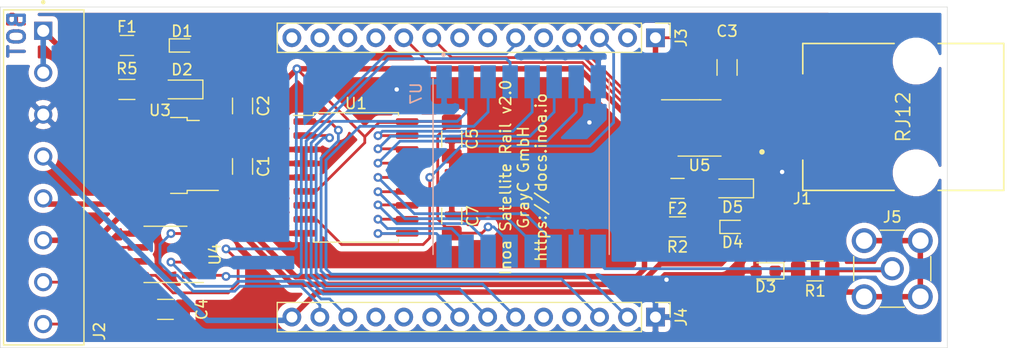
<source format=kicad_pcb>
(kicad_pcb (version 20171130) (host pcbnew 5.1.10)
  (title_block (date 2021-12-14) (rev 2.0) (company "GrayC GmbH") (comment 1 "PCB 86mmx13mm"))
  (layers (0 F.Cu signal) (31 B.Cu signal) (34 B.Paste user) (35 F.Paste user) (36 B.SilkS user) (37 F.SilkS user) (38 B.Mask user) (39 F.Mask user) (44 Edge.Cuts user))
  (net 0 "")
  (net 1 GND)
  (net 2 "Net-(C1-Pad1)")
  (net 3 "Net-(D1-Pad1)")
  (net 4 VCC)
  (net 5 GNDPWR)
  (net 6 RS485_0_B)
  (net 7 RS485_0_A)
  (net 8 RS485_0_TX)
  (net 9 RS485_0_TXE)
  (net 10 RS485_0_RX)
  (net 11 "Net-(J3-Pad14)")
  (net 12 "Net-(J3-Pad11)")
  (net 13 "Net-(J3-Pad8)")
  (net 14 "Net-(J3-Pad7)")
  (net 15 "Net-(J3-Pad2)")
  (net 16 "Net-(J4-Pad11)")
  (net 17 "Net-(J4-Pad9)")
  (net 18 RS485_1_B)
  (net 19 RS485_1_A)
  (net 20 RS485_1_RX)
  (net 21 RS485_1_TX)
  (net 22 RS485_1_TXE)
  (net 23 "Net-(J3-Pad13)")
  (net 24 "Net-(J3-Pad12)")
  (net 25 "Net-(J3-Pad5)")
  (net 26 "Net-(J4-Pad10)")
  (net 27 "Net-(J4-Pad5)")
  (net 28 "Net-(J4-Pad4)")
  (net 29 I2C_SDA)
  (net 30 I2C_SCL)
  (net 31 "Net-(J5-Pad1)")
  (net 32 SPI_0_CLK)
  (net 33 SPI_0_MISO)
  (net 34 SPI_0_MOSI)
  (net 35 "Net-(D3-Pad1)")
  (net 36 "Net-(U1-Pad7)")
  (net 37 LoRa_Reset)
  (net 38 LoRa_CS)
  (net 39 LoRa_DIO5)
  (net 40 LoRa_DIO4)
  (net 41 LoRa_DIO3)
  (net 42 LoRa_DIO1)
  (net 43 LoRa_DIO0)
  (net 44 "Net-(J1-Pad4)")
  (net 45 "Net-(J1-Pad5)")
  (net 46 "Net-(D4-Pad1)")
  (net 47 GND1)
  (net 48 +12V)
  (net 49 VBUS)
  (net 50 I2C_Int)
  (net 51 +3V3)
  (net 52 LoRa_DIO2)
  (module Diode_SMD:D_0603_1608Metric_Pad1.05x0.95mm_HandSolder (layer F.Cu) (at 169.5 104 180)
    (fp_text reference D3 (at 0 -1.43) (layer F.SilkS))
    (fp_text value D_TVS)
    (pad 2 smd roundrect (at 0.875 0 180) (size 1.05 0.95) (layers F.Cu F.Paste F.Mask) (net 1 GND))
    (pad 1 smd roundrect (at -0.875 0 180) (size 1.05 0.95) (layers F.Cu F.Paste F.Mask) (net 35 "Net-(D3-Pad1)"))
  )
  (module Capacitor_SMD:C_1206_3216Metric_Pad1.33x1.80mm_HandSolder (layer F.Cu) (at 141 92 270)
    (fp_text reference C5 (at 0 -1.85 90) (layer F.SilkS))
    (fp_text value 100nF)
    (pad 2 smd roundrect (at 1.5625 0 270) (size 1.325 1.8) (layers F.Cu F.Paste F.Mask) (roundrect_rratio 0.188679) (net 1 GND))
    (pad 1 smd roundrect (at -1.5625 0 270) (size 1.325 1.8) (layers F.Cu F.Paste F.Mask) (roundrect_rratio 0.188679) (net 51 +3V3))
  )
  (module Resistor_SMD:R_1206_3216Metric_Pad1.30x1.75mm_HandSolder (layer F.Cu) (at 161.5 100 180)
    (fp_text reference R2 (at 0 -1.82) (layer F.SilkS))
    (fp_text value 10k)
    (pad 2 smd roundrect (at 1.55 0 180) (size 1.3 1.75) (layers F.Cu F.Paste F.Mask) (roundrect_rratio 0.192308) (net 47 GND1))
    (pad 1 smd roundrect (at -1.55 0 180) (size 1.3 1.75) (layers F.Cu F.Paste F.Mask) (roundrect_rratio 0.192308) (net 46 "Net-(D4-Pad1)"))
  )
  (module Fuse:Fuse_1206_3216Metric_Pad1.42x1.75mm_HandSolder (layer F.Cu) (at 161.5 96.5 180)
    (fp_text reference F2 (at 0 -1.82) (layer F.SilkS))
    (fp_text value 23V/2A)
    (pad 2 smd roundrect (at 1.4875 0 180) (size 1.425 1.75) (layers F.Cu F.Paste F.Mask) (roundrect_rratio 0.175439) (net 49 VBUS))
    (pad 1 smd roundrect (at -1.4875 0 180) (size 1.425 1.75) (layers F.Cu F.Paste F.Mask) (roundrect_rratio 0.175439) (net 46 "Net-(D4-Pad1)"))
  )
  (module Diode_SMD:D_SOD-323_HandSoldering (layer F.Cu) (at 166.5 96.5 180)
    (fp_text reference D5 (at 0 -1.7) (layer F.SilkS))
    (fp_text value 1N5819)
    (pad 2 smd rect (at 1.25 0 180) (size 1 1) (layers F.Cu F.Paste F.Mask) (net 46 "Net-(D4-Pad1)"))
    (pad 1 smd rect (at -1.25 0 180) (size 1 1) (layers F.Cu F.Paste F.Mask) (net 48 +12V))
  )
  (module Diode_SMD:D_SOD-523 (layer F.Cu) (at 166.5 100)
    (fp_text reference D4 (at 0 1.4) (layer F.SilkS))
    (fp_text value 25V)
    (pad 1 smd rect (at -0.7 0 180) (size 0.6 0.7) (layers F.Cu F.Paste F.Mask) (net 46 "Net-(D4-Pad1)"))
    (pad 2 smd rect (at 0.7 0 180) (size 0.6 0.7) (layers F.Cu F.Paste F.Mask) (net 47 GND1))
  )
  (module footprints:XCVR_RFM69HW-868S2 (layer B.Cu) (at 147.3 94.5 270)
    (fp_text reference U7 (at -6.63079 9.54026 270) (layer B.SilkS) (effects (justify mirror)))
    (fp_text value RFM95W-868S2)
    (pad 16 smd rect (at 7.7 7 270) (size 3 1.4) (layers B.Cu B.Paste B.Mask) (net 52 LoRa_DIO2))
    (pad 15 smd rect (at 7.7 5 270) (size 3 1.4) (layers B.Cu B.Paste B.Mask) (net 42 LoRa_DIO1))
    (pad 14 smd rect (at 7.7 3 270) (size 3 1.4) (layers B.Cu B.Paste B.Mask) (net 43 LoRa_DIO0))
    (pad 13 smd rect (at 7.7 1 270) (size 3 1.4) (layers B.Cu B.Paste B.Mask) (net 51 +3V3))
    (pad 12 smd rect (at 7.7 -1 270) (size 3 1.4) (layers B.Cu B.Paste B.Mask) (net 40 LoRa_DIO4))
    (pad 11 smd rect (at 7.7 -3 270) (size 3 1.4) (layers B.Cu B.Paste B.Mask) (net 41 LoRa_DIO3))
    (pad 10 smd rect (at 7.7 -5 270) (size 3 1.4) (layers B.Cu B.Paste B.Mask) (net 1 GND))
    (pad 9 smd rect (at 7.7 -7 270) (size 3 1.4) (layers B.Cu B.Paste B.Mask) (net 31 "Net-(J5-Pad1)"))
    (pad 8 smd rect (at -7.7 -7 270) (size 3 1.4) (layers B.Cu B.Paste B.Mask) (net 1 GND))
    (pad 7 smd rect (at -7.7 -5 270) (size 3 1.4) (layers B.Cu B.Paste B.Mask) (net 39 LoRa_DIO5))
    (pad 6 smd rect (at -7.7 -3 270) (size 3 1.4) (layers B.Cu B.Paste B.Mask) (net 37 LoRa_Reset))
    (pad 5 smd rect (at -7.7 -1 270) (size 3 1.4) (layers B.Cu B.Paste B.Mask) (net 38 LoRa_CS))
    (pad 4 smd rect (at -7.7 1 270) (size 3 1.4) (layers B.Cu B.Paste B.Mask) (net 32 SPI_0_CLK))
    (pad 3 smd rect (at -7.7 3 270) (size 3 1.4) (layers B.Cu B.Paste B.Mask) (net 34 SPI_0_MOSI))
    (pad 2 smd rect (at -7.7 5 270) (size 3 1.4) (layers B.Cu B.Paste B.Mask) (net 33 SPI_0_MISO))
    (pad 1 smd rect (at -7.7 7 270) (size 3 1.4) (layers B.Cu B.Paste B.Mask) (net 1 GND))
  )
  (module footprints:Molex-95501-6669-MFG (layer F.Cu) (at 182 90 90)
    (fp_text reference J1 (at -7.425 -8.22) (layer F.SilkS) (effects (justify right)))
    (fp_text value RJ12 (at 0 0 90) (layer F.SilkS) (effects (font (size 1.27 1.27))))
    (pad ~ np_thru_hole circle (at 5.08 1.17 90) (size 3.25 3.25) (drill 3.25) (layers *.Cu *.Mask))
    (pad ~ np_thru_hole circle (at -5.08 1.17 90) (size 3.25 3.25) (drill 3.25) (layers *.Cu *.Mask))
    (pad 6 smd rect (at 3.175 -9.055 90) (size 0.76 6.35) (layers F.Cu F.Paste F.Mask) (net 6 RS485_0_B))
    (pad 5 smd rect (at 1.905 -9.055 90) (size 0.76 6.35) (layers F.Cu F.Paste F.Mask) (net 45 "Net-(J1-Pad5)"))
    (pad 4 smd rect (at 0.635 -9.055 90) (size 0.76 6.35) (layers F.Cu F.Paste F.Mask) (net 44 "Net-(J1-Pad4)"))
    (pad 3 smd rect (at -0.635 -9.055 90) (size 0.76 6.35) (layers F.Cu F.Paste F.Mask) (net 47 GND1))
    (pad 2 smd rect (at -1.905 -9.055 90) (size 0.76 6.35) (layers F.Cu F.Paste F.Mask) (net 48 +12V))
    (pad 1 smd rect (at -3.175 -9.055 90) (size 0.76 6.35) (layers F.Cu F.Paste F.Mask) (net 7 RS485_0_A))
  )
  (module Package_SO:SOIC-18W_7.5x11.6mm_P1.27mm (layer F.Cu) (at 132.3 95.5)
    (fp_text reference U1 (at 0 -6.72) (layer F.SilkS))
    (fp_text value MCP23008-xSO)
    (pad 18 smd roundrect (at 4.65 -5.08) (size 2.05 0.6) (layers F.Cu F.Paste F.Mask) (net 51 +3V3))
    (pad 17 smd roundrect (at 4.65 -3.81) (size 2.05 0.6) (layers F.Cu F.Paste F.Mask) (net 38 LoRa_CS))
    (pad 16 smd roundrect (at 4.65 -2.54) (size 2.05 0.6) (layers F.Cu F.Paste F.Mask) (net 37 LoRa_Reset))
    (pad 15 smd roundrect (at 4.65 -1.27) (size 2.05 0.6) (layers F.Cu F.Paste F.Mask) (net 39 LoRa_DIO5))
    (pad 14 smd roundrect (at 4.65 0) (size 2.05 0.6) (layers F.Cu F.Paste F.Mask) (net 41 LoRa_DIO3))
    (pad 13 smd roundrect (at 4.65 1.27) (size 2.05 0.6) (layers F.Cu F.Paste F.Mask) (net 40 LoRa_DIO4))
    (pad 12 smd roundrect (at 4.65 2.54) (size 2.05 0.6) (layers F.Cu F.Paste F.Mask) (net 43 LoRa_DIO0))
    (pad 11 smd roundrect (at 4.65 3.81) (size 2.05 0.6) (layers F.Cu F.Paste F.Mask) (net 42 LoRa_DIO1))
    (pad 10 smd roundrect (at 4.65 5.08) (size 2.05 0.6) (layers F.Cu F.Paste F.Mask) (net 52 LoRa_DIO2))
    (pad 9 smd roundrect (at -4.65 5.08) (size 2.05 0.6) (layers F.Cu F.Paste F.Mask) (net 1 GND))
    (pad 8 smd roundrect (at -4.65 3.81) (size 2.05 0.6) (layers F.Cu F.Paste F.Mask) (net 50 I2C_Int))
    (pad 7 smd roundrect (at -4.65 2.54) (size 2.05 0.6) (layers F.Cu F.Paste F.Mask) (net 36 "Net-(U1-Pad7)"))
    (pad 6 smd roundrect (at -4.65 1.27) (size 2.05 0.6) (layers F.Cu F.Paste F.Mask) (net 51 +3V3))
    (pad 5 smd roundrect (at -4.65 0) (size 2.05 0.6) (layers F.Cu F.Paste F.Mask) (net 1 GND))
    (pad 4 smd roundrect (at -4.65 -1.27) (size 2.05 0.6) (layers F.Cu F.Paste F.Mask) (net 1 GND))
    (pad 3 smd roundrect (at -4.65 -2.54) (size 2.05 0.6) (layers F.Cu F.Paste F.Mask) (net 1 GND))
    (pad 2 smd roundrect (at -4.65 -3.81) (size 2.05 0.6) (layers F.Cu F.Paste F.Mask) (net 29 I2C_SDA))
    (pad 1 smd roundrect (at -4.65 -5.08) (size 2.05 0.6) (layers F.Cu F.Paste F.Mask) (net 30 I2C_SCL))
  )
  (module footprints:LINX_CONSMA002 (layer F.Cu) (at 181 103.8 90)
    (fp_text reference J5 (at 4.7 0 180) (layer F.SilkS))
    (fp_text value Conn_Coaxial)
    (pad 1 thru_hole circle (at 0 0 90) (size 2.1 2.1) (drill 1.4) (layers *.Cu *.Mask) (net 31 "Net-(J5-Pad1)"))
    (pad 2 thru_hole circle (at -2.55 -2.55 90) (size 2.25 2.25) (drill 1.5) (layers *.Cu *.Mask) (net 5 GNDPWR))
    (pad 2 thru_hole circle (at -2.55 2.55 90) (size 2.25 2.25) (drill 1.5) (layers *.Cu *.Mask) (net 5 GNDPWR))
    (pad 2 thru_hole circle (at 2.55 2.55 90) (size 2.25 2.25) (drill 1.5) (layers *.Cu *.Mask) (net 5 GNDPWR))
    (pad 2 thru_hole circle (at 2.55 -2.55 90) (size 2.25 2.25) (drill 1.5) (layers *.Cu *.Mask) (net 5 GNDPWR))
  )
  (module Resistor_SMD:R_1206_3216Metric_Pad1.30x1.75mm_HandSolder (layer F.Cu) (at 174 104 180)
    (fp_text reference R1 (at 0 -1.82) (layer F.SilkS))
    (fp_text value 220R)
    (pad 2 smd roundrect (at 1.55 0 180) (size 1.3 1.75) (layers F.Cu F.Paste F.Mask) (roundrect_rratio 0.192308) (net 35 "Net-(D3-Pad1)"))
    (pad 1 smd roundrect (at -1.55 0 180) (size 1.3 1.75) (layers F.Cu F.Paste F.Mask) (roundrect_rratio 0.192308) (net 31 "Net-(J5-Pad1)"))
  )
  (module Capacitor_SMD:C_1206_3216Metric_Pad1.33x1.80mm_HandSolder (layer F.Cu) (at 141 99 90)
    (fp_text reference C7 (at 0 1.9 90) (layer F.SilkS))
    (fp_text value 100nF)
    (pad 2 smd roundrect (at 1.5625 0 90) (size 1.325 1.8) (layers F.Cu F.Paste F.Mask) (roundrect_rratio 0.188679) (net 1 GND))
    (pad 1 smd roundrect (at -1.5625 0 90) (size 1.325 1.8) (layers F.Cu F.Paste F.Mask) (roundrect_rratio 0.188679) (net 51 +3V3))
  )
  (module images:grayc-logo-negative (layer F.Cu) (at 153.5 95.5 90)
    (fp_text reference G1 hide)
    (fp_text value LOGO hide)
  )
  (module Diode_SMD:D_SOD-523 (layer F.Cu) (at 116.5 83.5)
    (fp_text reference D1 (at 0 -1.3) (layer F.SilkS))
    (fp_text value 25V)
    (pad 1 smd rect (at -0.7 0 180) (size 0.6 0.7) (layers F.Cu F.Paste F.Mask) (net 3 "Net-(D1-Pad1)"))
    (pad 2 smd rect (at 0.7 0 180) (size 0.6 0.7) (layers F.Cu F.Paste F.Mask) (net 1 GND))
  )
  (module Connector_PinHeader_2.54mm:PinHeader_1x14_P2.54mm_Vertical (layer F.Cu) (at 159.5 108.2 270)
    (fp_text reference J4 (at 0 -2.33 90) (layer F.SilkS))
    (fp_text value East)
    (pad 14 thru_hole oval (at 0 33.02 270) (size 1.7 1.7) (drill 1) (layers *.Cu *.Mask) (net 5 GNDPWR))
    (pad 13 thru_hole oval (at 0 30.48 270) (size 1.7 1.7) (drill 1) (layers *.Cu *.Mask) (net 21 RS485_1_TX))
    (pad 12 thru_hole oval (at 0 27.94 270) (size 1.7 1.7) (drill 1) (layers *.Cu *.Mask) (net 22 RS485_1_TXE))
    (pad 11 thru_hole oval (at 0 25.4 270) (size 1.7 1.7) (drill 1) (layers *.Cu *.Mask) (net 16 "Net-(J4-Pad11)"))
    (pad 10 thru_hole oval (at 0 22.86 270) (size 1.7 1.7) (drill 1) (layers *.Cu *.Mask) (net 26 "Net-(J4-Pad10)"))
    (pad 9 thru_hole oval (at 0 20.32 270) (size 1.7 1.7) (drill 1) (layers *.Cu *.Mask) (net 17 "Net-(J4-Pad9)"))
    (pad 8 thru_hole oval (at 0 17.78 270) (size 1.7 1.7) (drill 1) (layers *.Cu *.Mask) (net 32 SPI_0_CLK))
    (pad 7 thru_hole oval (at 0 15.24 270) (size 1.7 1.7) (drill 1) (layers *.Cu *.Mask) (net 33 SPI_0_MISO))
    (pad 6 thru_hole oval (at 0 12.7 270) (size 1.7 1.7) (drill 1) (layers *.Cu *.Mask) (net 29 I2C_SDA))
    (pad 5 thru_hole oval (at 0 10.16 270) (size 1.7 1.7) (drill 1) (layers *.Cu *.Mask) (net 27 "Net-(J4-Pad5)"))
    (pad 4 thru_hole oval (at 0 7.62 270) (size 1.7 1.7) (drill 1) (layers *.Cu *.Mask) (net 28 "Net-(J4-Pad4)"))
    (pad 3 thru_hole oval (at 0 5.08 270) (size 1.7 1.7) (drill 1) (layers *.Cu *.Mask) (net 30 I2C_SCL))
    (pad 2 thru_hole oval (at 0 2.54 270) (size 1.7 1.7) (drill 1) (layers *.Cu *.Mask) (net 34 SPI_0_MOSI))
    (pad 1 thru_hole rect (at 0 0 270) (size 1.7 1.7) (drill 1) (layers *.Cu *.Mask) (net 1 GND))
  )
  (module Connector_PinHeader_2.54mm:PinHeader_1x14_P2.54mm_Vertical (layer F.Cu) (at 159.5 82.8 270)
    (fp_text reference J3 (at 0 -2.33 90) (layer F.SilkS))
    (fp_text value West)
    (pad 14 thru_hole oval (at 0 33.02 270) (size 1.7 1.7) (drill 1) (layers *.Cu *.Mask) (net 11 "Net-(J3-Pad14)"))
    (pad 13 thru_hole oval (at 0 30.48 270) (size 1.7 1.7) (drill 1) (layers *.Cu *.Mask) (net 23 "Net-(J3-Pad13)"))
    (pad 12 thru_hole oval (at 0 27.94 270) (size 1.7 1.7) (drill 1) (layers *.Cu *.Mask) (net 24 "Net-(J3-Pad12)"))
    (pad 11 thru_hole oval (at 0 25.4 270) (size 1.7 1.7) (drill 1) (layers *.Cu *.Mask) (net 12 "Net-(J3-Pad11)"))
    (pad 10 thru_hole oval (at 0 22.86 270) (size 1.7 1.7) (drill 1) (layers *.Cu *.Mask) (net 8 RS485_0_TX))
    (pad 9 thru_hole oval (at 0 20.32 270) (size 1.7 1.7) (drill 1) (layers *.Cu *.Mask) (net 9 RS485_0_TXE))
    (pad 8 thru_hole oval (at 0 17.78 270) (size 1.7 1.7) (drill 1) (layers *.Cu *.Mask) (net 13 "Net-(J3-Pad8)"))
    (pad 7 thru_hole oval (at 0 15.24 270) (size 1.7 1.7) (drill 1) (layers *.Cu *.Mask) (net 14 "Net-(J3-Pad7)"))
    (pad 6 thru_hole oval (at 0 12.7 270) (size 1.7 1.7) (drill 1) (layers *.Cu *.Mask) (net 20 RS485_1_RX))
    (pad 5 thru_hole oval (at 0 10.16 270) (size 1.7 1.7) (drill 1) (layers *.Cu *.Mask) (net 25 "Net-(J3-Pad5)"))
    (pad 4 thru_hole oval (at 0 7.62 270) (size 1.7 1.7) (drill 1) (layers *.Cu *.Mask) (net 10 RS485_0_RX))
    (pad 3 thru_hole oval (at 0 5.08 270) (size 1.7 1.7) (drill 1) (layers *.Cu *.Mask) (net 50 I2C_Int))
    (pad 2 thru_hole oval (at 0 2.54 270) (size 1.7 1.7) (drill 1) (layers *.Cu *.Mask) (net 15 "Net-(J3-Pad2)"))
    (pad 1 thru_hole rect (at 0 0 270) (size 1.7 1.7) (drill 1) (layers *.Cu *.Mask) (net 51 +3V3))
  )
  (module Diode_SMD:D_SOD-323_HandSoldering (layer F.Cu) (at 116.5 87.5 180)
    (fp_text reference D2 (at 0 1.8) (layer F.SilkS))
    (fp_text value 1N5819)
    (pad 2 smd rect (at 1.25 0 180) (size 1 1) (layers F.Cu F.Paste F.Mask) (net 3 "Net-(D1-Pad1)"))
    (pad 1 smd rect (at -1.25 0 180) (size 1 1) (layers F.Cu F.Paste F.Mask) (net 2 "Net-(C1-Pad1)"))
  )
  (module footprints:PHOENIX_1727078 (layer F.Cu) (at 103.9 95.5 270)
    (fp_text reference J2 (at 14 -5.1 90) (layer F.SilkS))
    (fp_text value South)
    (pad 8 thru_hole circle (at 13.335 0 270) (size 1.65 1.65) (drill 1.1) (layers *.Cu *.Mask) (net 18 RS485_1_B))
    (pad 7 thru_hole circle (at 9.525 0 270) (size 1.65 1.65) (drill 1.1) (layers *.Cu *.Mask) (net 19 RS485_1_A))
    (pad 6 thru_hole circle (at 5.715 0 270) (size 1.65 1.65) (drill 1.1) (layers *.Cu *.Mask) (net 47 GND1))
    (pad 5 thru_hole circle (at 1.905 0 270) (size 1.65 1.65) (drill 1.1) (layers *.Cu *.Mask) (net 49 VBUS))
    (pad 4 thru_hole circle (at -1.905 0 270) (size 1.65 1.65) (drill 1.1) (layers *.Cu *.Mask) (net 5 GNDPWR))
    (pad 3 thru_hole circle (at -5.715 0 270) (size 1.65 1.65) (drill 1.1) (layers *.Cu *.Mask) (net 1 GND))
    (pad 1 thru_hole rect (at -13.335 0 270) (size 1.65 1.65) (drill 1.1) (layers *.Cu *.Mask) (net 4 VCC))
    (pad 2 thru_hole circle (at -9.525 0 270) (size 1.65 1.65) (drill 1.1) (layers *.Cu *.Mask) (net 4 VCC))
  )
  (module Package_SO:SOIC-8_3.9x4.9mm_P1.27mm (layer F.Cu) (at 163.5 91)
    (fp_text reference U5 (at 0 3.4 180) (layer F.SilkS))
    (fp_text value MAX3486)
    (pad 8 smd roundrect (at 2.475 -1.905) (size 1.95 0.6) (layers F.Cu F.Paste F.Mask) (net 51 +3V3))
    (pad 7 smd roundrect (at 2.475 -0.635) (size 1.95 0.6) (layers F.Cu F.Paste F.Mask) (net 6 RS485_0_B))
    (pad 6 smd roundrect (at 2.475 0.635) (size 1.95 0.6) (layers F.Cu F.Paste F.Mask) (net 7 RS485_0_A))
    (pad 5 smd roundrect (at 2.475 1.905) (size 1.95 0.6) (layers F.Cu F.Paste F.Mask) (net 1 GND))
    (pad 4 smd roundrect (at -2.475 1.905) (size 1.95 0.6) (layers F.Cu F.Paste F.Mask) (net 8 RS485_0_TX))
    (pad 3 smd roundrect (at -2.475 0.635) (size 1.95 0.6) (layers F.Cu F.Paste F.Mask) (net 9 RS485_0_TXE))
    (pad 2 smd roundrect (at -2.475 -0.635) (size 1.95 0.6) (layers F.Cu F.Paste F.Mask) (net 9 RS485_0_TXE))
    (pad 1 smd roundrect (at -2.475 -1.905) (size 1.95 0.6) (layers F.Cu F.Paste F.Mask) (net 10 RS485_0_RX))
  )
  (module Package_SO:SOIC-8_3.9x4.9mm_P1.27mm (layer F.Cu) (at 115 102.5 180)
    (fp_text reference U4 (at -4.5 0 90) (layer F.SilkS))
    (fp_text value MAX3486)
    (pad 8 smd roundrect (at 2.475 -1.905 180) (size 1.95 0.6) (layers F.Cu F.Paste F.Mask) (net 51 +3V3))
    (pad 7 smd roundrect (at 2.475 -0.635 180) (size 1.95 0.6) (layers F.Cu F.Paste F.Mask) (net 18 RS485_1_B))
    (pad 6 smd roundrect (at 2.475 0.635 180) (size 1.95 0.6) (layers F.Cu F.Paste F.Mask) (net 19 RS485_1_A))
    (pad 5 smd roundrect (at 2.475 1.905 180) (size 1.95 0.6) (layers F.Cu F.Paste F.Mask) (net 1 GND))
    (pad 4 smd roundrect (at -2.475 1.905 180) (size 1.95 0.6) (layers F.Cu F.Paste F.Mask) (net 21 RS485_1_TX))
    (pad 3 smd roundrect (at -2.475 0.635 180) (size 1.95 0.6) (layers F.Cu F.Paste F.Mask) (net 22 RS485_1_TXE))
    (pad 2 smd roundrect (at -2.475 -0.635 180) (size 1.95 0.6) (layers F.Cu F.Paste F.Mask) (net 22 RS485_1_TXE))
    (pad 1 smd roundrect (at -2.475 -1.905 180) (size 1.95 0.6) (layers F.Cu F.Paste F.Mask) (net 20 RS485_1_RX))
  )
  (module Package_TO_SOT_SMD:TO-252-3_TabPin2 (layer F.Cu) (at 114.5 93.5 180)
    (fp_text reference U3 (at 0 4.1) (layer F.SilkS))
    (fp_text value BA033CC0FP-E2)
    (pad 2 smd rect (at 2.1 0 180) (size 6.4 5.8) (layers F.Cu F.Mask) (net 1 GND))
    (pad 3 smd rect (at -4.2 2.28 180) (size 2.2 1.2) (layers F.Cu F.Paste F.Mask) (net 51 +3V3))
    (pad 2 smd rect (at -4.2 0 180) (size 2.2 1.2) (layers F.Cu F.Paste F.Mask) (net 1 GND))
    (pad 1 smd rect (at -4.2 -2.28 180) (size 2.2 1.2) (layers F.Cu F.Paste F.Mask) (net 2 "Net-(C1-Pad1)"))
  )
  (module Resistor_SMD:R_1206_3216Metric_Pad1.30x1.75mm_HandSolder (layer F.Cu) (at 111.5 87.5 180)
    (fp_text reference R5 (at 0 1.9) (layer F.SilkS))
    (fp_text value 10k)
    (pad 2 smd roundrect (at 1.55 0 180) (size 1.3 1.75) (layers F.Cu F.Paste F.Mask) (roundrect_rratio 0.192308) (net 1 GND))
    (pad 1 smd roundrect (at -1.55 0 180) (size 1.3 1.75) (layers F.Cu F.Paste F.Mask) (roundrect_rratio 0.192308) (net 3 "Net-(D1-Pad1)"))
  )
  (module Fuse:Fuse_1206_3216Metric_Pad1.42x1.75mm_HandSolder (layer F.Cu) (at 111.5 83.5 180)
    (fp_text reference F1 (at 0 1.7) (layer F.SilkS))
    (fp_text value 25V/1A)
    (pad 2 smd roundrect (at 1.4875 0 180) (size 1.425 1.75) (layers F.Cu F.Paste F.Mask) (roundrect_rratio 0.175439) (net 4 VCC))
    (pad 1 smd roundrect (at -1.4875 0 180) (size 1.425 1.75) (layers F.Cu F.Paste F.Mask) (roundrect_rratio 0.175439) (net 3 "Net-(D1-Pad1)"))
  )
  (module Capacitor_SMD:C_1206_3216Metric_Pad1.33x1.80mm_HandSolder (layer F.Cu) (at 115 107.5)
    (fp_text reference C4 (at 3.3 0 90) (layer F.SilkS))
    (fp_text value 100nF)
    (pad 2 smd roundrect (at 1.5625 0) (size 1.325 1.8) (layers F.Cu F.Paste F.Mask) (roundrect_rratio 0.188679) (net 1 GND))
    (pad 1 smd roundrect (at -1.5625 0) (size 1.325 1.8) (layers F.Cu F.Paste F.Mask) (roundrect_rratio 0.188679) (net 51 +3V3))
  )
  (module Capacitor_SMD:C_1206_3216Metric_Pad1.33x1.80mm_HandSolder (layer F.Cu) (at 166 85.5 90)
    (fp_text reference C3 (at 3.3 0) (layer F.SilkS))
    (fp_text value 100nF)
    (pad 2 smd roundrect (at 1.5625 0 90) (size 1.325 1.8) (layers F.Cu F.Paste F.Mask) (roundrect_rratio 0.188679) (net 1 GND))
    (pad 1 smd roundrect (at -1.5625 0 90) (size 1.325 1.8) (layers F.Cu F.Paste F.Mask) (roundrect_rratio 0.188679) (net 51 +3V3))
  )
  (module Capacitor_SMD:C_1206_3216Metric_Pad1.33x1.80mm_HandSolder (layer F.Cu) (at 122 89 90)
    (fp_text reference C2 (at 0 1.9 90) (layer F.SilkS))
    (fp_text value 100nF)
    (pad 2 smd roundrect (at 1.5625 0 90) (size 1.325 1.8) (layers F.Cu F.Paste F.Mask) (roundrect_rratio 0.188679) (net 1 GND))
    (pad 1 smd roundrect (at -1.5625 0 90) (size 1.325 1.8) (layers F.Cu F.Paste F.Mask) (roundrect_rratio 0.188679) (net 51 +3V3))
  )
  (module Capacitor_SMD:C_1206_3216Metric_Pad1.33x1.80mm_HandSolder (layer F.Cu) (at 122 94.5 90)
    (fp_text reference C1 (at 0 1.9 90) (layer F.SilkS))
    (fp_text value 100nF/35V)
    (pad 2 smd roundrect (at 1.5625 0 90) (size 1.325 1.8) (layers F.Cu F.Paste F.Mask) (roundrect_rratio 0.188679) (net 1 GND))
    (pad 1 smd roundrect (at -1.5625 0 90) (size 1.325 1.8) (layers F.Cu F.Paste F.Mask) (roundrect_rratio 0.188679) (net 2 "Net-(C1-Pad1)"))
  )
  (gr_text "Inoa Satellite Rail v2.0\nGrayC GmbH\nhttps://docs.inoa.io" (at 147.5 95.5 90) (layer F.SilkS) (effects (font (size 1 1))))
  (gr_text SR-LM-020 (at 180.5 82) (layer F.Cu) (effects (font (size 1 1))))
  (gr_text BOT (at 101.5 82.5 90) (layer B.Cu) (effects (font (size 1.5 1.5) (thickness 0.3)) (justify mirror)))
  (gr_text TOP (at 101.5 82.5 90) (layer F.Cu) (effects (font (size 1.5 1.5) (thickness 0.3))))
  (gr_line (start 100 111) (end 100 80) (layer Edge.Cuts) (width 0.05))
  (gr_line (start 186 111) (end 100 111) (layer Edge.Cuts) (width 0.05))
  (gr_line (start 186 80) (end 186 111) (layer Edge.Cuts) (width 0.05))
  (gr_line (start 100 80) (end 186 80) (layer Edge.Cuts) (width 0.05))
  (via (at 171 95) (size 0.8) (drill 0.4) (layers F.Cu B.Cu) (net 1))
  (via (at 136 87.5) (size 0.8) (drill 0.4) (layers F.Cu B.Cu) (net 1))
  (via (at 160.5 104.8) (size 0.8) (drill 0.4) (layers F.Cu B.Cu) (net 1))
  (via (at 153.5 90.5) (size 0.8) (drill 0.4) (layers F.Cu B.Cu) (net 1))
  (via (at 139 95.5) (size 0.8) (drill 0.4) (layers F.Cu B.Cu) (net 50))
  (segment (start 121.7175 95.78) (end 122 96.0625) (width 0.5) (layer F.Cu) (net 2))
  (segment (start 118.7 95.78) (end 121.7175 95.78) (width 0.5) (layer F.Cu) (net 2))
  (segment (start 117.1 95.78) (end 116.6 95.28) (width 0.5) (layer F.Cu) (net 2))
  (segment (start 118.7 95.78) (end 117.1 95.78) (width 0.5) (layer F.Cu) (net 2))
  (segment (start 116.6 88.65) (end 117.75 87.5) (width 0.5) (layer F.Cu) (net 2))
  (segment (start 116.6 95.28) (end 116.6 88.65) (width 0.5) (layer F.Cu) (net 2))
  (segment (start 112.9875 83.5) (end 115.8 83.5) (width 0.5) (layer F.Cu) (net 3))
  (segment (start 112.9875 87.4375) (end 113.05 87.5) (width 0.5) (layer F.Cu) (net 3))
  (segment (start 112.9875 83.5) (end 112.9875 87.4375) (width 0.5) (layer F.Cu) (net 3))
  (segment (start 113.05 87.5) (end 115.25 87.5) (width 0.5) (layer F.Cu) (net 3))
  (segment (start 103.9 82.165) (end 103.9 82.2) (width 0.5) (layer B.Cu) (net 4))
  (segment (start 103.9 82.165) (end 103.9 85.975) (width 0.5) (layer B.Cu) (net 4))
  (segment (start 105.235 83.5) (end 103.9 82.165) (width 0.5) (layer F.Cu) (net 4))
  (segment (start 110.0125 83.5) (end 105.235 83.5) (width 0.5) (layer F.Cu) (net 4))
  (segment (start 103.9 93.595) (end 118.405 108.1) (width 0.5) (layer B.Cu) (net 5))
  (segment (start 118.805 108.5) (end 118.405 108.1) (width 0.5) (layer B.Cu) (net 5))
  (segment (start 126.48 108.5) (end 118.805 108.5) (width 0.5) (layer B.Cu) (net 5))
  (segment (start 126.48 108.2) (end 128.75498 105.92502) (width 0.5) (layer F.Cu) (net 5))
  (segment (start 178.02502 105.92502) (end 178.45 106.35) (width 0.5) (layer F.Cu) (net 5))
  (segment (start 128.75498 105.92502) (end 178.02502 105.92502) (width 0.5) (layer F.Cu) (net 5))
  (segment (start 178.45 106.35) (end 183.55 106.35) (width 0.5) (layer F.Cu) (net 5))
  (segment (start 183.55 101.25) (end 183.55 106.35) (width 0.5) (layer F.Cu) (net 5))
  (segment (start 178.45 101.25) (end 183.55 101.25) (width 0.5) (layer F.Cu) (net 5))
  (segment (start 165.975 90.365) (end 167.935 90.365) (width 0.25) (layer F.Cu) (net 6))
  (segment (start 167.935 90.365) (end 168.9 89.4) (width 0.25) (layer F.Cu) (net 6))
  (segment (start 168.9 89.4) (end 168.9 87.3) (width 0.25) (layer F.Cu) (net 6))
  (segment (start 169.375 86.825) (end 172.945 86.825) (width 0.25) (layer F.Cu) (net 6))
  (segment (start 168.9 87.3) (end 169.375 86.825) (width 0.25) (layer F.Cu) (net 6))
  (segment (start 165.975 91.635) (end 167.935 91.635) (width 0.25) (layer F.Cu) (net 7))
  (segment (start 169.475 93.175) (end 172.945 93.175) (width 0.25) (layer F.Cu) (net 7))
  (segment (start 167.935 91.635) (end 169.475 93.175) (width 0.25) (layer F.Cu) (net 7))
  (segment (start 136.64 82.8) (end 138.89001 85.05001) (width 0.25) (layer F.Cu) (net 8))
  (segment (start 138.89001 85.05001) (end 152.85719 85.05001) (width 0.25) (layer F.Cu) (net 8))
  (segment (start 152.85719 85.05001) (end 158.8 90.99282) (width 0.25) (layer F.Cu) (net 8))
  (segment (start 158.8 90.99282) (end 158.8 92) (width 0.25) (layer F.Cu) (net 8))
  (segment (start 159.705 92.905) (end 161.025 92.905) (width 0.25) (layer F.Cu) (net 8))
  (segment (start 158.8 92) (end 159.705 92.905) (width 0.25) (layer F.Cu) (net 8))
  (segment (start 161.025 90.365) (end 161.025 91.635) (width 0.25) (layer F.Cu) (net 9))
  (segment (start 161.025 90.365) (end 158.80859 90.365) (width 0.25) (layer F.Cu) (net 9))
  (segment (start 158.80859 90.365) (end 153.04359 84.6) (width 0.25) (layer F.Cu) (net 9))
  (segment (start 140.98 84.6) (end 139.18 82.8) (width 0.25) (layer F.Cu) (net 9))
  (segment (start 153.04359 84.6) (end 140.98 84.6) (width 0.25) (layer F.Cu) (net 9))
  (segment (start 158.175 89.095) (end 161.025 89.095) (width 0.25) (layer F.Cu) (net 10))
  (segment (start 151.88 82.8) (end 158.175 89.095) (width 0.25) (layer F.Cu) (net 10))
  (segment (start 103.9 108.835) (end 108.165 108.835) (width 0.25) (layer F.Cu) (net 18))
  (segment (start 108.165 108.835) (end 110 107) (width 0.25) (layer F.Cu) (net 18))
  (segment (start 110 107) (end 110 104.1) (width 0.25) (layer F.Cu) (net 18))
  (segment (start 110.965 103.135) (end 112.525 103.135) (width 0.25) (layer F.Cu) (net 18))
  (segment (start 110 104.1) (end 110.965 103.135) (width 0.25) (layer F.Cu) (net 18))
  (segment (start 103.9 105.025) (end 107.375 105.025) (width 0.25) (layer F.Cu) (net 19))
  (segment (start 110.535 101.865) (end 112.525 101.865) (width 0.25) (layer F.Cu) (net 19))
  (segment (start 107.375 105.025) (end 110.535 101.865) (width 0.25) (layer F.Cu) (net 19))
  (via (at 120.5 104.5) (size 0.8) (drill 0.4) (layers F.Cu B.Cu) (net 20))
  (segment (start 120.405 104.405) (end 120.5 104.5) (width 0.25) (layer F.Cu) (net 20))
  (segment (start 117.475 104.405) (end 120.405 104.405) (width 0.25) (layer F.Cu) (net 20))
  (segment (start 145.95001 84.24999) (end 146.8 83.4) (width 0.25) (layer B.Cu) (net 20))
  (segment (start 135.07719 84.24999) (end 145.95001 84.24999) (width 0.25) (layer B.Cu) (net 20))
  (segment (start 127.331759 101.695421) (end 127.331759 91.995423) (width 0.25) (layer B.Cu) (net 20))
  (segment (start 127.331757 101.695423) (end 127.331759 101.695421) (width 0.25) (layer B.Cu) (net 20))
  (segment (start 127.331757 104.2) (end 127.331757 101.695423) (width 0.25) (layer B.Cu) (net 20))
  (segment (start 127.031757 104.5) (end 127.331757 104.2) (width 0.25) (layer B.Cu) (net 20))
  (segment (start 146.8 83.4) (end 146.8 82.8) (width 0.25) (layer B.Cu) (net 20))
  (segment (start 127.331759 91.995423) (end 135.07719 84.24999) (width 0.25) (layer B.Cu) (net 20))
  (segment (start 120.5 104.5) (end 127.031757 104.5) (width 0.25) (layer B.Cu) (net 20))
  (via (at 115.5 100.6) (size 0.8) (drill 0.4) (layers F.Cu B.Cu) (net 21))
  (segment (start 129.02 108.2) (end 129.02 107.12) (width 0.25) (layer B.Cu) (net 21))
  (segment (start 129.02 107.12) (end 127.30002 105.40002) (width 0.25) (layer B.Cu) (net 21))
  (segment (start 127.30002 105.40002) (end 125.9 105.40002) (width 0.25) (layer B.Cu) (net 21))
  (segment (start 121.73639 105.40002) (end 121.2864 105.85001) (width 0.25) (layer B.Cu) (net 21))
  (segment (start 125.9 105.40002) (end 121.73639 105.40002) (width 0.25) (layer B.Cu) (net 21))
  (segment (start 117.513599 105.850009) (end 116.06359 104.4) (width 0.25) (layer B.Cu) (net 21))
  (segment (start 121.2864 105.85001) (end 117.513599 105.850009) (width 0.25) (layer B.Cu) (net 21))
  (segment (start 115.626998 104.4) (end 114.5 103.273002) (width 0.25) (layer B.Cu) (net 21))
  (segment (start 116.06359 104.4) (end 115.626998 104.4) (width 0.25) (layer B.Cu) (net 21))
  (segment (start 114.5 101.6) (end 114.5 101.8) (width 0.25) (layer B.Cu) (net 21))
  (segment (start 115.5 100.6) (end 114.5 101.6) (width 0.25) (layer B.Cu) (net 21))
  (segment (start 114.5 103.273002) (end 114.5 101.8) (width 0.25) (layer B.Cu) (net 21))
  (segment (start 117.47 100.6) (end 117.475 100.595) (width 0.25) (layer F.Cu) (net 21))
  (segment (start 115.5 100.6) (end 117.47 100.6) (width 0.25) (layer F.Cu) (net 21))
  (segment (start 117.475 101.865) (end 117.475 103.135) (width 0.25) (layer F.Cu) (net 22))
  (segment (start 131.56 108.2) (end 129.910046 106.550046) (width 0.25) (layer B.Cu) (net 22))
  (segment (start 129.910046 106.550046) (end 129.131607 106.550045) (width 0.25) (layer B.Cu) (net 22))
  (segment (start 129.131607 106.550045) (end 127.531572 104.95001) (width 0.25) (layer B.Cu) (net 22))
  (segment (start 127.531572 104.95001) (end 127.218157 104.95001) (width 0.25) (layer B.Cu) (net 22))
  (segment (start 127.218157 104.95001) (end 124.9 104.95001) (width 0.25) (layer B.Cu) (net 22))
  (segment (start 124.9 104.95001) (end 121.54999 104.95001) (width 0.25) (layer B.Cu) (net 22))
  (segment (start 121.54999 104.95001) (end 121.1 105.4) (width 0.25) (layer B.Cu) (net 22))
  (segment (start 121.1 105.4) (end 117.7 105.4) (width 0.25) (layer B.Cu) (net 22))
  (segment (start 117.7 105.4) (end 115.5 103.2) (width 0.25) (layer B.Cu) (net 22))
  (segment (start 115.5 103.2) (end 115.5 103.2) (width 0.25) (layer B.Cu) (net 22))
  (via (at 115.5 103.2) (size 0.8) (drill 0.4) (layers F.Cu B.Cu) (net 22))
  (segment (start 117.41 103.2) (end 117.475 103.135) (width 0.25) (layer F.Cu) (net 22))
  (segment (start 115.5 103.2) (end 117.41 103.2) (width 0.25) (layer F.Cu) (net 22))
  (segment (start 129.9 91.9) (end 129.9 91.9) (width 0.25) (layer B.Cu) (net 29))
  (via (at 129.9 91.9) (size 0.8) (drill 0.4) (layers F.Cu B.Cu) (net 29))
  (segment (start 129.69 91.69) (end 129.9 91.9) (width 0.25) (layer F.Cu) (net 29))
  (segment (start 127.65 91.69) (end 129.69 91.69) (width 0.25) (layer F.Cu) (net 29))
  (segment (start 128.681786 92.554624) (end 129.33641 91.9) (width 0.25) (layer B.Cu) (net 29))
  (segment (start 129.33641 91.9) (end 129.9 91.9) (width 0.25) (layer B.Cu) (net 29))
  (segment (start 129.69081 105.200018) (end 128.681786 104.190994) (width 0.25) (layer B.Cu) (net 29))
  (segment (start 128.681786 104.190994) (end 128.681786 92.554624) (width 0.25) (layer B.Cu) (net 29))
  (segment (start 143.800019 105.200019) (end 129.69081 105.200018) (width 0.25) (layer B.Cu) (net 29))
  (segment (start 146.8 108.2) (end 143.800019 105.200019) (width 0.25) (layer B.Cu) (net 29))
  (via (at 130.7 91.2) (size 0.8) (drill 0.4) (layers F.Cu B.Cu) (net 30))
  (segment (start 130.7 92.173002) (end 129.131796 93.741206) (width 0.25) (layer B.Cu) (net 30))
  (segment (start 130.7 91.2) (end 130.7 92.173002) (width 0.25) (layer B.Cu) (net 30))
  (segment (start 129.131796 93.741206) (end 129.131796 95.2) (width 0.25) (layer B.Cu) (net 30))
  (segment (start 129.92 90.42) (end 130.7 91.2) (width 0.25) (layer F.Cu) (net 30))
  (segment (start 127.65 90.42) (end 129.92 90.42) (width 0.25) (layer F.Cu) (net 30))
  (segment (start 154.42 108.2) (end 150.97001 104.75001) (width 0.25) (layer B.Cu) (net 30))
  (segment (start 129.877211 104.750009) (end 129.131796 104.004594) (width 0.25) (layer B.Cu) (net 30))
  (segment (start 150.97001 104.75001) (end 129.877211 104.750009) (width 0.25) (layer B.Cu) (net 30))
  (segment (start 129.131796 104.004594) (end 129.131796 103.568204) (width 0.25) (layer B.Cu) (net 30))
  (segment (start 129.131796 103.568204) (end 129.131796 95.2) (width 0.25) (layer B.Cu) (net 30))
  (segment (start 154.9 103.8) (end 154.3 103.2) (width 0.25) (layer B.Cu) (net 31))
  (segment (start 181 103.8) (end 154.9 103.8) (width 0.25) (layer B.Cu) (net 31))
  (segment (start 180.8 104) (end 181 103.8) (width 0.25) (layer F.Cu) (net 31))
  (segment (start 175.55 104) (end 180.8 104) (width 0.25) (layer F.Cu) (net 31))
  (segment (start 146.3 86.3) (end 146.3 87.8) (width 0.25) (layer B.Cu) (net 32))
  (segment (start 141.72 108.2) (end 139.620037 106.100037) (width 0.25) (layer B.Cu) (net 32))
  (segment (start 129.318008 106.100036) (end 127.781767 104.563795) (width 0.25) (layer B.Cu) (net 32))
  (segment (start 139.620037 106.100037) (end 129.318008 106.100036) (width 0.25) (layer B.Cu) (net 32))
  (segment (start 127.781767 92.181823) (end 128.031795 91.931795) (width 0.25) (layer B.Cu) (net 32))
  (segment (start 127.781767 104.563795) (end 127.781767 92.181823) (width 0.25) (layer B.Cu) (net 32))
  (segment (start 128.031795 91.931795) (end 134.36359 85.6) (width 0.25) (layer B.Cu) (net 32))
  (segment (start 127.781768 92.181822) (end 128.031795 91.931795) (width 0.25) (layer B.Cu) (net 32))
  (segment (start 146.3 85.05) (end 145.95 84.7) (width 0.25) (layer B.Cu) (net 32))
  (segment (start 146.3 86.8) (end 146.3 85.05) (width 0.25) (layer B.Cu) (net 32))
  (segment (start 135.26359 84.7) (end 134.36359 85.6) (width 0.25) (layer B.Cu) (net 32))
  (segment (start 145.95 84.7) (end 135.26359 84.7) (width 0.25) (layer B.Cu) (net 32))
  (segment (start 144.26 108.2) (end 143.99077 108.2) (width 0.25) (layer B.Cu) (net 33))
  (segment (start 142.3 87.8) (end 142.3 89.6) (width 0.25) (layer B.Cu) (net 33))
  (segment (start 142.3 89.6) (end 141.5 90.4) (width 0.25) (layer B.Cu) (net 33))
  (segment (start 141.5 90.4) (end 130.2 90.4) (width 0.25) (layer B.Cu) (net 33))
  (segment (start 128.231777 92.368223) (end 128.231777 102.068223) (width 0.25) (layer B.Cu) (net 33))
  (segment (start 130.2 90.4) (end 128.231777 92.368223) (width 0.25) (layer B.Cu) (net 33))
  (segment (start 128.231777 102.068223) (end 128.231777 101.868223) (width 0.25) (layer B.Cu) (net 33))
  (segment (start 144.26 108.2) (end 141.710029 105.650029) (width 0.25) (layer B.Cu) (net 33))
  (segment (start 129.504409 105.650027) (end 128.231777 104.377395) (width 0.25) (layer B.Cu) (net 33))
  (segment (start 141.710029 105.650029) (end 129.504409 105.650027) (width 0.25) (layer B.Cu) (net 33))
  (segment (start 128.231777 104.377395) (end 128.231776 104.377394) (width 0.25) (layer B.Cu) (net 33))
  (segment (start 128.231777 104.377395) (end 128.231777 102.068223) (width 0.25) (layer B.Cu) (net 33))
  (segment (start 132.659402 90.85001) (end 129.581806 93.927606) (width 0.25) (layer B.Cu) (net 34))
  (segment (start 142.99999 90.85001) (end 132.659402 90.85001) (width 0.25) (layer B.Cu) (net 34))
  (segment (start 144.3 89.55) (end 142.99999 90.85001) (width 0.25) (layer B.Cu) (net 34))
  (segment (start 144.3 87.8) (end 144.3 89.55) (width 0.25) (layer B.Cu) (net 34))
  (segment (start 156.96 108.2) (end 153.06 104.3) (width 0.25) (layer B.Cu) (net 34))
  (segment (start 130.063612 104.3) (end 129.581806 103.818194) (width 0.25) (layer B.Cu) (net 34))
  (segment (start 153.06 104.3) (end 130.063612 104.3) (width 0.25) (layer B.Cu) (net 34))
  (segment (start 129.581806 93.927606) (end 129.581806 103.818194) (width 0.25) (layer B.Cu) (net 34))
  (segment (start 170.375 104) (end 172.45 104) (width 0.25) (layer F.Cu) (net 35))
  (via (at 134.3 92.9) (size 0.8) (drill 0.4) (layers F.Cu B.Cu) (net 37))
  (segment (start 150.3 89.55) (end 148.09997 91.75003) (width 0.25) (layer B.Cu) (net 37))
  (segment (start 150.3 87.8) (end 150.3 89.55) (width 0.25) (layer B.Cu) (net 37))
  (segment (start 135.44997 91.75003) (end 134.3 92.9) (width 0.25) (layer B.Cu) (net 37))
  (segment (start 148.09997 91.75003) (end 135.44997 91.75003) (width 0.25) (layer B.Cu) (net 37))
  (segment (start 136.89 92.9) (end 136.95 92.96) (width 0.25) (layer F.Cu) (net 37))
  (segment (start 134.3 92.9) (end 136.89 92.9) (width 0.25) (layer F.Cu) (net 37))
  (via (at 134.3 91.7) (size 0.8) (drill 0.4) (layers F.Cu B.Cu) (net 38))
  (segment (start 148.3 89.55) (end 146.54998 91.30002) (width 0.25) (layer B.Cu) (net 38))
  (segment (start 148.3 87.8) (end 148.3 89.55) (width 0.25) (layer B.Cu) (net 38))
  (segment (start 134.69998 91.30002) (end 134.3 91.7) (width 0.25) (layer B.Cu) (net 38))
  (segment (start 146.54998 91.30002) (end 134.69998 91.30002) (width 0.25) (layer B.Cu) (net 38))
  (segment (start 136.94 91.7) (end 136.95 91.69) (width 0.25) (layer F.Cu) (net 38))
  (segment (start 134.3 91.7) (end 136.94 91.7) (width 0.25) (layer F.Cu) (net 38))
  (via (at 134.3 94.2) (size 0.8) (drill 0.4) (layers F.Cu B.Cu) (net 39))
  (segment (start 152.3 89.55) (end 149.64996 92.20004) (width 0.25) (layer B.Cu) (net 39))
  (segment (start 152.3 87.8) (end 152.3 89.55) (width 0.25) (layer B.Cu) (net 39))
  (segment (start 136.29996 92.20004) (end 134.3 94.2) (width 0.25) (layer B.Cu) (net 39))
  (segment (start 149.64996 92.20004) (end 136.29996 92.20004) (width 0.25) (layer B.Cu) (net 39))
  (segment (start 136.92 94.2) (end 136.95 94.23) (width 0.25) (layer F.Cu) (net 39))
  (segment (start 134.3 94.2) (end 136.92 94.2) (width 0.25) (layer F.Cu) (net 39))
  (via (at 134.3 96.8) (size 0.8) (drill 0.4) (layers F.Cu B.Cu) (net 40))
  (segment (start 148.3 101.45) (end 146.09997 99.24997) (width 0.25) (layer B.Cu) (net 40))
  (segment (start 148.3 103.2) (end 148.3 101.45) (width 0.25) (layer B.Cu) (net 40))
  (segment (start 136.74997 99.24997) (end 134.3 96.8) (width 0.25) (layer B.Cu) (net 40))
  (segment (start 146.09997 99.24997) (end 136.74997 99.24997) (width 0.25) (layer B.Cu) (net 40))
  (segment (start 136.92 96.8) (end 136.95 96.77) (width 0.25) (layer F.Cu) (net 40))
  (segment (start 134.3 96.8) (end 136.92 96.8) (width 0.25) (layer F.Cu) (net 40))
  (via (at 134.3 95.5) (size 0.8) (drill 0.4) (layers F.Cu B.Cu) (net 41))
  (segment (start 150.3 101.45) (end 147.64996 98.79996) (width 0.25) (layer B.Cu) (net 41))
  (segment (start 150.3 103.2) (end 150.3 101.45) (width 0.25) (layer B.Cu) (net 41))
  (segment (start 137.59996 98.79996) (end 134.3 95.5) (width 0.25) (layer B.Cu) (net 41))
  (segment (start 147.64996 98.79996) (end 137.59996 98.79996) (width 0.25) (layer B.Cu) (net 41))
  (segment (start 134.3 95.5) (end 136.95 95.5) (width 0.25) (layer F.Cu) (net 41))
  (via (at 134.3 99.3) (size 0.8) (drill 0.4) (layers F.Cu B.Cu) (net 42))
  (segment (start 142.3 101.45) (end 140.99999 100.14999) (width 0.25) (layer B.Cu) (net 42))
  (segment (start 142.3 103.2) (end 142.3 101.45) (width 0.25) (layer B.Cu) (net 42))
  (segment (start 135.14999 100.14999) (end 134.3 99.3) (width 0.25) (layer B.Cu) (net 42))
  (segment (start 140.99999 100.14999) (end 135.14999 100.14999) (width 0.25) (layer B.Cu) (net 42))
  (segment (start 136.94 99.3) (end 136.95 99.31) (width 0.25) (layer F.Cu) (net 42))
  (segment (start 134.3 99.3) (end 136.94 99.3) (width 0.25) (layer F.Cu) (net 42))
  (via (at 134.3 98) (size 0.8) (drill 0.4) (layers F.Cu B.Cu) (net 43))
  (segment (start 144.3 101.45) (end 142.54998 99.69998) (width 0.25) (layer B.Cu) (net 43))
  (segment (start 144.3 103.2) (end 144.3 101.45) (width 0.25) (layer B.Cu) (net 43))
  (segment (start 135.99998 99.69998) (end 134.3 98) (width 0.25) (layer B.Cu) (net 43))
  (segment (start 142.54998 99.69998) (end 135.99998 99.69998) (width 0.25) (layer B.Cu) (net 43))
  (segment (start 136.91 98) (end 136.95 98.04) (width 0.25) (layer F.Cu) (net 43))
  (segment (start 134.3 98) (end 136.91 98) (width 0.25) (layer F.Cu) (net 43))
  (segment (start 162.9875 96.5) (end 165.25 96.5) (width 0.5) (layer F.Cu) (net 46))
  (segment (start 162.9875 99.9375) (end 163.05 100) (width 0.5) (layer F.Cu) (net 46))
  (segment (start 162.9875 96.5) (end 162.9875 99.9375) (width 0.5) (layer F.Cu) (net 46))
  (segment (start 163.05 100) (end 165.8 100) (width 0.5) (layer F.Cu) (net 46))
  (segment (start 158.07499 105.22501) (end 159.95 103.35) (width 0.5) (layer F.Cu) (net 47))
  (segment (start 168 100) (end 170.79999 97.20001) (width 0.5) (layer F.Cu) (net 47))
  (segment (start 167.2 100) (end 168 100) (width 0.5) (layer F.Cu) (net 47))
  (segment (start 175.889953 97.20001) (end 178.30001 94.789953) (width 0.5) (layer F.Cu) (net 47))
  (segment (start 170.79999 97.20001) (end 175.889953 97.20001) (width 0.5) (layer F.Cu) (net 47))
  (segment (start 176.724963 90.635) (end 172.945 90.635) (width 0.5) (layer F.Cu) (net 47))
  (segment (start 178.30001 92.210047) (end 176.724963 90.635) (width 0.5) (layer F.Cu) (net 47))
  (segment (start 178.30001 94.789953) (end 178.30001 92.210047) (width 0.5) (layer F.Cu) (net 47))
  (segment (start 121.674992 100.364955) (end 126.535046 105.225008) (width 0.5) (layer F.Cu) (net 47))
  (segment (start 121.674992 100.361806) (end 121.674992 100.364955) (width 0.5) (layer F.Cu) (net 47))
  (segment (start 119.938176 98.62499) (end 121.674992 100.361806) (width 0.5) (layer F.Cu) (net 47))
  (segment (start 127.274988 105.225008) (end 127.27499 105.22501) (width 0.5) (layer F.Cu) (net 47))
  (segment (start 111.27501 98.62499) (end 119.938176 98.62499) (width 0.5) (layer F.Cu) (net 47))
  (segment (start 108.685 101.215) (end 111.27501 98.62499) (width 0.5) (layer F.Cu) (net 47))
  (segment (start 103.9 101.215) (end 108.685 101.215) (width 0.5) (layer F.Cu) (net 47))
  (segment (start 126.535046 105.225008) (end 127.274988 105.225008) (width 0.5) (layer F.Cu) (net 47))
  (segment (start 127.27499 105.22501) (end 158.07499 105.22501) (width 0.5) (layer F.Cu) (net 47))
  (segment (start 159.95 103.35) (end 159.95 100) (width 0.5) (layer F.Cu) (net 47))
  (segment (start 159.95 103.35) (end 165.45 103.35) (width 0.5) (layer F.Cu) (net 47))
  (segment (start 167.2 101.6) (end 167.2 100) (width 0.5) (layer F.Cu) (net 47))
  (segment (start 165.45 103.35) (end 167.2 101.6) (width 0.5) (layer F.Cu) (net 47))
  (segment (start 172.945 91.905) (end 177.005 91.905) (width 0.5) (layer F.Cu) (net 48))
  (segment (start 177.005 91.905) (end 177.6 92.5) (width 0.5) (layer F.Cu) (net 48))
  (segment (start 177.6 92.5) (end 177.6 94.5) (width 0.5) (layer F.Cu) (net 48))
  (segment (start 175.6 96.5) (end 167.75 96.5) (width 0.5) (layer F.Cu) (net 48))
  (segment (start 177.6 94.5) (end 175.6 96.5) (width 0.5) (layer F.Cu) (net 48))
  (segment (start 158.5 98.0125) (end 160.0125 96.5) (width 0.5) (layer F.Cu) (net 49))
  (segment (start 157.785038 104.525) (end 158.5 103.810038) (width 0.5) (layer F.Cu) (net 49))
  (segment (start 122.375002 100.075002) (end 126.825 104.525) (width 0.5) (layer F.Cu) (net 49))
  (segment (start 158.5 103.810038) (end 158.5 98.0125) (width 0.5) (layer F.Cu) (net 49))
  (segment (start 126.825 104.525) (end 157.785038 104.525) (width 0.5) (layer F.Cu) (net 49))
  (segment (start 122.375002 100.071853) (end 122.375002 100.075002) (width 0.5) (layer F.Cu) (net 49))
  (segment (start 120.228129 97.92498) (end 122.375002 100.071853) (width 0.5) (layer F.Cu) (net 49))
  (segment (start 104.41998 97.92498) (end 120.228129 97.92498) (width 0.5) (layer F.Cu) (net 49))
  (segment (start 103.9 97.405) (end 104.41998 97.92498) (width 0.5) (layer F.Cu) (net 49))
  (segment (start 127.65 99.31) (end 128.71 99.31) (width 0.25) (layer F.Cu) (net 50))
  (segment (start 128.71 99.31) (end 131 101.6) (width 0.25) (layer F.Cu) (net 50))
  (segment (start 131 101.6) (end 138.4 101.6) (width 0.25) (layer F.Cu) (net 50))
  (segment (start 139 101) (end 139 95.5) (width 0.25) (layer F.Cu) (net 50))
  (segment (start 138.4 101.6) (end 139 101) (width 0.25) (layer F.Cu) (net 50))
  (segment (start 139 95.5) (end 141.84995 92.65005) (width 0.25) (layer B.Cu) (net 50))
  (segment (start 141.84995 92.65005) (end 153.54995 92.65005) (width 0.25) (layer B.Cu) (net 50))
  (segment (start 153.54995 92.65005) (end 155.7 90.5) (width 0.25) (layer B.Cu) (net 50))
  (segment (start 155.7 84.08) (end 154.42 82.8) (width 0.25) (layer B.Cu) (net 50))
  (segment (start 155.7 90.5) (end 155.7 84.08) (width 0.25) (layer B.Cu) (net 50))
  (via (at 120.5 102) (size 0.8) (drill 0.4) (layers F.Cu B.Cu) (net 51))
  (via (at 144.3 100) (size 0.8) (drill 0.4) (layers F.Cu B.Cu) (net 51))
  (segment (start 112.525 104.405) (end 112.525 104.925) (width 0.25) (layer F.Cu) (net 51))
  (segment (start 113.4375 105.8375) (end 113.4375 107.5) (width 0.25) (layer F.Cu) (net 51))
  (segment (start 112.525 104.925) (end 113.4375 105.8375) (width 0.25) (layer F.Cu) (net 51))
  (segment (start 146.3 103.2) (end 146.3 101.5) (width 0.25) (layer B.Cu) (net 51))
  (segment (start 144.8 100) (end 144.3 100) (width 0.25) (layer B.Cu) (net 51))
  (segment (start 146.3 101.5) (end 144.8 100) (width 0.25) (layer B.Cu) (net 51))
  (segment (start 128.675 96.77) (end 133.1 92.345) (width 0.25) (layer F.Cu) (net 51))
  (segment (start 127.65 96.77) (end 128.675 96.77) (width 0.25) (layer F.Cu) (net 51))
  (segment (start 119.3575 90.5625) (end 118.7 91.22) (width 0.5) (layer F.Cu) (net 51))
  (segment (start 122 90.5625) (end 119.3575 90.5625) (width 0.5) (layer F.Cu) (net 51))
  (segment (start 140.4825 90.42) (end 140.5 90.4375) (width 0.25) (layer F.Cu) (net 51))
  (segment (start 136.95 90.42) (end 140.4825 90.42) (width 0.25) (layer F.Cu) (net 51))
  (segment (start 143.7375 100.5625) (end 144.3 100) (width 0.25) (layer F.Cu) (net 51))
  (segment (start 140.5 100.5625) (end 143.7375 100.5625) (width 0.25) (layer F.Cu) (net 51))
  (segment (start 126.93748 85.62502) (end 126.93748 85.62502) (width 0.5) (layer F.Cu) (net 51))
  (segment (start 122 90.5625) (end 126.93748 85.62502) (width 0.5) (layer F.Cu) (net 51))
  (segment (start 166 89.07) (end 165.975 89.095) (width 0.25) (layer F.Cu) (net 51))
  (segment (start 166 87.0625) (end 166 89.07) (width 0.25) (layer F.Cu) (net 51))
  (via (at 126.93748 85.62502) (size 0.8) (drill 0.4) (layers F.Cu B.Cu) (net 51))
  (segment (start 126.93748 85.62502) (end 131.5 90.18754) (width 0.25) (layer F.Cu) (net 51))
  (segment (start 131.5 90.18754) (end 131.5 90.2) (width 0.25) (layer F.Cu) (net 51))
  (segment (start 131.5 90.2) (end 133.1 91.8) (width 0.25) (layer F.Cu) (net 51))
  (segment (start 133.1 92.345) (end 133.1 91.8) (width 0.25) (layer F.Cu) (net 51))
  (segment (start 133.1 91.8) (end 134.4 90.5) (width 0.25) (layer F.Cu) (net 51))
  (segment (start 136.87 90.5) (end 136.95 90.42) (width 0.25) (layer F.Cu) (net 51))
  (segment (start 134.4 90.5) (end 136.87 90.5) (width 0.25) (layer F.Cu) (net 51))
  (segment (start 121.6 105.1) (end 121.6 103.1) (width 0.25) (layer F.Cu) (net 51))
  (segment (start 120.7 106) (end 121.6 105.1) (width 0.25) (layer F.Cu) (net 51))
  (segment (start 115.7 106) (end 120.7 106) (width 0.25) (layer F.Cu) (net 51))
  (segment (start 121.6 103.1) (end 120.5 102) (width 0.25) (layer F.Cu) (net 51))
  (segment (start 114.105 104.405) (end 115.7 106) (width 0.25) (layer F.Cu) (net 51))
  (segment (start 112.525 104.405) (end 114.105 104.405) (width 0.25) (layer F.Cu) (net 51))
  (segment (start 120.5 102) (end 126.681747 102) (width 0.25) (layer B.Cu) (net 51))
  (segment (start 126.681747 102) (end 126.881749 101.799998) (width 0.25) (layer B.Cu) (net 51))
  (segment (start 126.881749 85.680751) (end 126.93748 85.62502) (width 0.25) (layer B.Cu) (net 51))
  (segment (start 126.881749 101.799998) (end 126.881749 85.680751) (width 0.25) (layer B.Cu) (net 51))
  (segment (start 162.3 86.8) (end 160.9 86.8) (width 0.5) (layer F.Cu) (net 51))
  (segment (start 163.5 88) (end 162.3 86.8) (width 0.5) (layer F.Cu) (net 51))
  (segment (start 158.9 94.4) (end 162.8 94.4) (width 0.5) (layer F.Cu) (net 51))
  (segment (start 158.22499 93.72499) (end 158.9 94.4) (width 0.5) (layer F.Cu) (net 51))
  (segment (start 158.22499 91.230996) (end 158.22499 93.72499) (width 0.5) (layer F.Cu) (net 51))
  (segment (start 160.9 86.8) (end 159.5 85.4) (width 0.5) (layer F.Cu) (net 51))
  (segment (start 152.619014 85.62502) (end 158.22499 91.230996) (width 0.5) (layer F.Cu) (net 51))
  (segment (start 159.5 85.4) (end 159.5 82.8) (width 0.5) (layer F.Cu) (net 51))
  (segment (start 163.5 93.7) (end 163.5 88) (width 0.5) (layer F.Cu) (net 51))
  (segment (start 162.8 94.4) (end 163.5 93.7) (width 0.5) (layer F.Cu) (net 51))
  (segment (start 126.93748 85.62502) (end 152.619014 85.62502) (width 0.5) (layer F.Cu) (net 51))
  (segment (start 161.7375 82.8) (end 166 87.0625) (width 0.25) (layer F.Cu) (net 51))
  (segment (start 159.5 82.8) (end 161.7375 82.8) (width 0.25) (layer F.Cu) (net 51))
  (segment (start 139.725001 91.712499) (end 141 90.4375) (width 0.25) (layer F.Cu) (net 51))
  (segment (start 139.725001 99.287501) (end 139.725001 91.712499) (width 0.25) (layer F.Cu) (net 51))
  (segment (start 141 100.5625) (end 139.725001 99.287501) (width 0.25) (layer F.Cu) (net 51))
  (via (at 134.3 100.6) (size 0.8) (drill 0.4) (layers F.Cu B.Cu) (net 52))
  (segment (start 134.3 100.6) (end 139.6 100.6) (width 0.25) (layer B.Cu) (net 52))
  (segment (start 140.3 101.3) (end 140.3 103.2) (width 0.25) (layer B.Cu) (net 52))
  (segment (start 139.6 100.6) (end 140.3 101.3) (width 0.25) (layer B.Cu) (net 52))
  (segment (start 136.93 100.6) (end 136.95 100.58) (width 0.25) (layer F.Cu) (net 52))
  (segment (start 134.3 100.6) (end 136.93 100.6) (width 0.25) (layer F.Cu) (net 52))
  (zone (net 1) (net_name GND) (layer F.Cu) (connect_pads (clearance 0.508)) (min_thickness 0.254) (fill yes (arc_segments 32) (thermal_gap 0.508) (thermal_bridge_width 0.508))
    (polygon (pts (xy 186 111) (xy 100 111) (xy 100 80) (xy 186 80)))
  )
  (zone (net 1) (net_name GND) (layer B.Cu) (connect_pads (clearance 0.508)) (min_thickness 0.254) (fill yes (arc_segments 32) (thermal_gap 0.508) (thermal_bridge_width 0.508))
    (polygon (pts (xy 186 111) (xy 100 111) (xy 100 80) (xy 186 80)))
  )
)
</source>
